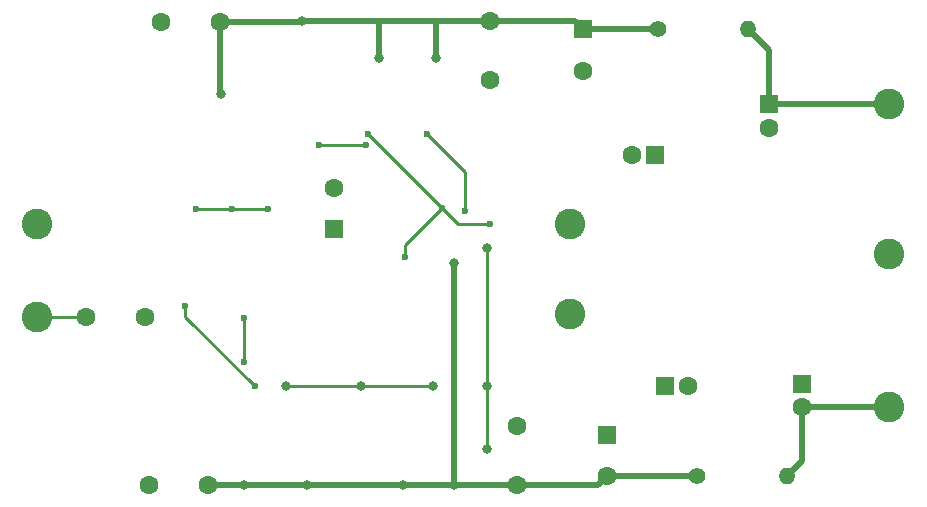
<source format=gbr>
G04 #@! TF.GenerationSoftware,KiCad,Pcbnew,(5.1.7-0-10_14)*
G04 #@! TF.CreationDate,2020-10-25T16:19:11+01:00*
G04 #@! TF.ProjectId,pre-amp-discret,7072652d-616d-4702-9d64-697363726574,rev?*
G04 #@! TF.SameCoordinates,Original*
G04 #@! TF.FileFunction,Copper,L2,Bot*
G04 #@! TF.FilePolarity,Positive*
%FSLAX46Y46*%
G04 Gerber Fmt 4.6, Leading zero omitted, Abs format (unit mm)*
G04 Created by KiCad (PCBNEW (5.1.7-0-10_14)) date 2020-10-25 16:19:11*
%MOMM*%
%LPD*%
G01*
G04 APERTURE LIST*
G04 #@! TA.AperFunction,ComponentPad*
%ADD10C,1.600000*%
G04 #@! TD*
G04 #@! TA.AperFunction,ComponentPad*
%ADD11O,1.400000X1.400000*%
G04 #@! TD*
G04 #@! TA.AperFunction,ComponentPad*
%ADD12C,1.400000*%
G04 #@! TD*
G04 #@! TA.AperFunction,ComponentPad*
%ADD13C,2.600000*%
G04 #@! TD*
G04 #@! TA.AperFunction,ComponentPad*
%ADD14R,1.600000X1.600000*%
G04 #@! TD*
G04 #@! TA.AperFunction,ViaPad*
%ADD15C,0.800000*%
G04 #@! TD*
G04 #@! TA.AperFunction,ViaPad*
%ADD16C,0.600000*%
G04 #@! TD*
G04 #@! TA.AperFunction,Conductor*
%ADD17C,0.500000*%
G04 #@! TD*
G04 #@! TA.AperFunction,Conductor*
%ADD18C,0.250000*%
G04 #@! TD*
G04 APERTURE END LIST*
D10*
X136986000Y-141732000D03*
X141986000Y-141732000D03*
X143002000Y-102489000D03*
X138002000Y-102489000D03*
X168148000Y-136732000D03*
X168148000Y-141732000D03*
X165862000Y-102442000D03*
X165862000Y-107442000D03*
D11*
X191008000Y-140970000D03*
D12*
X183388000Y-140970000D03*
D11*
X187706000Y-103124000D03*
D12*
X180086000Y-103124000D03*
D13*
X172593000Y-127254000D03*
X172593000Y-119634000D03*
X199644000Y-122174000D03*
X127508000Y-127508000D03*
X199644000Y-135128000D03*
X127508000Y-119634000D03*
X199644000Y-109474000D03*
D10*
X182626000Y-133350000D03*
D14*
X180626000Y-133350000D03*
D10*
X192278000Y-135128000D03*
D14*
X192278000Y-133128000D03*
D10*
X177832000Y-113792000D03*
D14*
X179832000Y-113792000D03*
D10*
X189484000Y-111474000D03*
D14*
X189484000Y-109474000D03*
D10*
X152590500Y-116522500D03*
D14*
X152590500Y-120022500D03*
D10*
X175768000Y-140970000D03*
D14*
X175768000Y-137470000D03*
D10*
X131652000Y-127508000D03*
X136652000Y-127508000D03*
X173736000Y-106624000D03*
D14*
X173736000Y-103124000D03*
D15*
X143052800Y-108610400D03*
X149940000Y-102442000D03*
X156464000Y-105537000D03*
X161290000Y-105537000D03*
X145034000Y-141732000D03*
X150368000Y-141732000D03*
X158496000Y-141732000D03*
X162750500Y-141732000D03*
X162750500Y-122936000D03*
X148590000Y-133350000D03*
X154940000Y-133350000D03*
X161036000Y-133350000D03*
D16*
X140017500Y-126555500D03*
X145923000Y-133350000D03*
D15*
X165608000Y-138684000D03*
X165608000Y-121666000D03*
X165608000Y-133350000D03*
D16*
X160464500Y-111950500D03*
X163703000Y-118491000D03*
X151384000Y-112903000D03*
X155321000Y-112903000D03*
X145034000Y-127571500D03*
X145034000Y-131254500D03*
X140970000Y-118364000D03*
X147066000Y-118364000D03*
X144018000Y-118364000D03*
X161734500Y-118237000D03*
X155511500Y-112014000D03*
X165862000Y-119634000D03*
X158623000Y-122364500D03*
D17*
X156384000Y-102442000D02*
X149940000Y-102442000D01*
X161210000Y-102442000D02*
X156384000Y-102442000D01*
X165862000Y-102442000D02*
X161210000Y-102442000D01*
X173054000Y-102442000D02*
X173736000Y-103124000D01*
X165862000Y-102442000D02*
X173054000Y-102442000D01*
X173736000Y-103124000D02*
X180086000Y-103124000D01*
X149867600Y-102514400D02*
X149940000Y-102442000D01*
X149893000Y-102489000D02*
X149940000Y-102442000D01*
X143002000Y-102489000D02*
X149893000Y-102489000D01*
X143002000Y-108559600D02*
X143052800Y-108610400D01*
X143002000Y-102489000D02*
X143002000Y-108559600D01*
X156464000Y-102522000D02*
X156384000Y-102442000D01*
X156464000Y-105537000D02*
X156464000Y-102522000D01*
X161290000Y-102522000D02*
X161210000Y-102442000D01*
X161290000Y-105537000D02*
X161290000Y-102522000D01*
D18*
X127508000Y-127508000D02*
X131652000Y-127508000D01*
D17*
X145034000Y-141732000D02*
X150368000Y-141732000D01*
X150368000Y-141732000D02*
X158496000Y-141732000D01*
X158496000Y-141732000D02*
X162306000Y-141732000D01*
X162306000Y-141732000D02*
X168148000Y-141732000D01*
X175006000Y-141732000D02*
X175768000Y-140970000D01*
X168148000Y-141732000D02*
X175006000Y-141732000D01*
X175768000Y-140970000D02*
X183388000Y-140970000D01*
X145034000Y-141732000D02*
X141986000Y-141732000D01*
X162750500Y-122936000D02*
X162750500Y-140716000D01*
X162750500Y-140716000D02*
X162750500Y-141732000D01*
D18*
X148590000Y-133350000D02*
X154940000Y-133350000D01*
X154940000Y-133350000D02*
X161036000Y-133350000D01*
X140017500Y-127444500D02*
X145923000Y-133350000D01*
X140017500Y-126555500D02*
X140017500Y-127444500D01*
X165608000Y-123698000D02*
X165608000Y-121666000D01*
X165608000Y-138684000D02*
X165608000Y-123698000D01*
X163703000Y-115189000D02*
X163703000Y-118491000D01*
X160464500Y-111950500D02*
X163703000Y-115189000D01*
D17*
X199644000Y-109474000D02*
X189484000Y-109474000D01*
X189484000Y-104902000D02*
X187706000Y-103124000D01*
X189484000Y-109474000D02*
X189484000Y-104902000D01*
X192278000Y-139700000D02*
X191008000Y-140970000D01*
X192278000Y-135128000D02*
X192278000Y-139700000D01*
X199644000Y-135128000D02*
X192278000Y-135128000D01*
D18*
X151384000Y-112903000D02*
X155321000Y-112903000D01*
X145034000Y-127571500D02*
X145034000Y-131254500D01*
X144018000Y-118364000D02*
X147066000Y-118364000D01*
X140970000Y-118364000D02*
X144018000Y-118364000D01*
X158845250Y-115347750D02*
X155511500Y-112014000D01*
X159480250Y-115982750D02*
X158845250Y-115347750D01*
X161734500Y-118237000D02*
X159480250Y-115982750D01*
X163131500Y-119634000D02*
X165862000Y-119634000D01*
X161734500Y-118237000D02*
X163131500Y-119634000D01*
X161734500Y-118237000D02*
X158623000Y-121348500D01*
X158623000Y-121348500D02*
X158623000Y-122364500D01*
M02*

</source>
